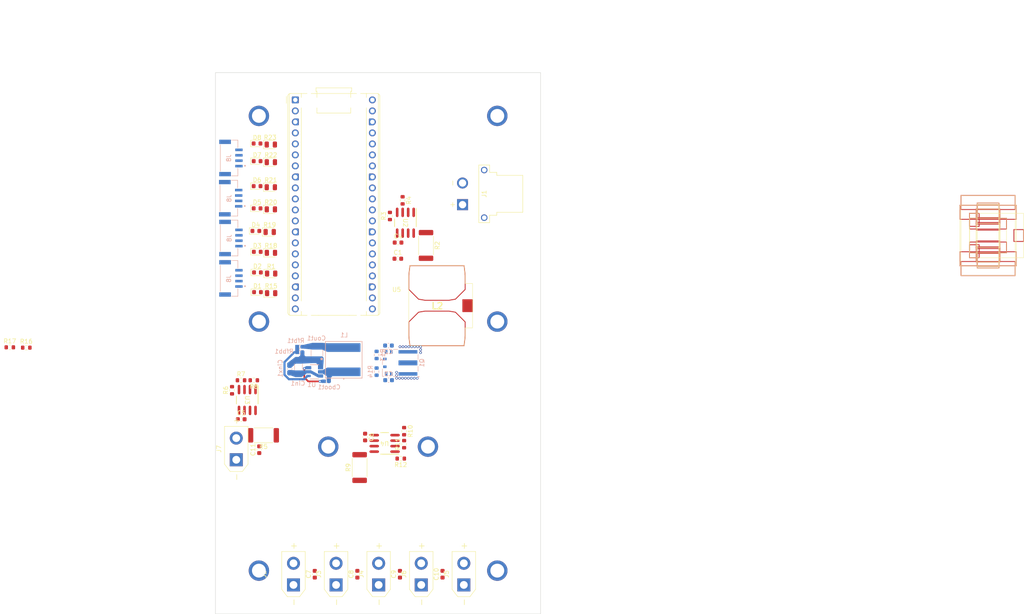
<source format=kicad_pcb>
(kicad_pcb (version 20240108) (generator "pcbnew") (generator_version "8.0")
  (layers (0 "F.Cu" signal) (1 "In1.Cu" signal) (2 "In2.Cu" signal) (31 "B.Cu" signal) (34 "B.Paste" user) (35 "F.Paste" user) (36 "B.SilkS" user "B.Silkscreen") (37 "F.SilkS" user "F.Silkscreen") (38 "B.Mask" user) (39 "F.Mask" user) (44 "Edge.Cuts" user))
  (net 0 "")
  (net 1 "Net-(U1-SW)")
  (net 2 "Net-(U1-CB)")
  (net 3 "/24V_IN")
  (net 4 "P_GND")
  (net 5 "D_GND")
  (net 6 "5V")
  (net 7 "/CAP_IN")
  (net 9 "/IO/I2C_TypeC_SDA")
  (net 10 "/IO/I2C_TypeC_SCL")
  (net 12 "Net-(Q1-HS)")
  (net 13 "Net-(D1-A)")
  (net 14 "Net-(Q1-HB)")
  (net 15 "Net-(L2-Pad1)")
  (net 16 "/PWM_bottom")
  (net 17 "/PWM_top")
  (net 18 "/cap_volt")
  (net 19 "/I2C_current_SCL")
  (net 20 "3.3V")
  (net 21 "/I2C_current_SDA")
  (net 22 "A_GND")
  (net 23 "/Pico/LED1")
  (net 24 "/current_sensor1/5V")
  (net 25 "/IO/GPIO_1")
  (net 26 "Net-(D2-A)")
  (net 27 "/Pico/LED4")
  (net 28 "/IO/GPIO_0")
  (net 29 "Net-(U1-FB)")
  (net 30 "/Pico/LED0")
  (net 31 "/IO/GPIO_5")
  (net 32 "/IO/GPIO_2")
  (net 33 "Net-(D3-A)")
  (net 34 "/Pico/LED7")
  (net 35 "Net-(D4-A)")
  (net 36 "Net-(D5-A)")
  (net 37 "Net-(D6-A)")
  (net 38 "Net-(D7-A)")
  (net 39 "Net-(D8-A)")
  (net 40 "Net-(U3-A0)")
  (net 41 "/24_IN_PMM")
  (net 42 "/24V_OUT")
  (net 46 "Net-(U4-A1)")
  (net 47 "/Pico/LED6")
  (net 48 "/IO/GPIO_4")
  (net 49 "/Pico/LED5")
  (net 50 "/Pico/LED2")
  (net 51 "/IO/GPIO_3")
  (net 52 "/current_sensor2/5V")
  (net 53 "/Pico/LED3")
  (net 61 "/current_sensor3/5V")
  (footprint "LED_SMD:LED_0805_2012Metric" (layer "F.Cu") (at 75.3475 88.43)
    (property "Reference" "R15")
    (property "Value" "R")
  )
  (footprint "Resistor_SMD:R_0603_1608Metric" (layer "F.Cu") (at 106.025 123.3 90)
    (property "Reference" "R11")
    (property "Value" "10KΩ")
  )
  (footprint "PassiveBankV1:MountingHole_3.2mm_M3" (layer "F.Cu") (at 88.5 123.872041)
    (property "Reference" "REF**" (hide yes))
    (property "Value" "MountingHole_3.2mm_M3" (hide yes))
  )
  (footprint "PassiveBankV1:MountingHole_3.2mm_M3" (layer "F.Cu") (at 72.5 152.5)
    (property "Reference" "REF**" (hide yes))
    (property "Value" "MountingHole_3.2mm_M3" (hide yes))
  )
  (footprint "Library:INA219" (layer "F.Cu") (at 101.525 123.12 180)
    (property "Reference" "U4")
    (property "Value" "INA219BIDR")
  )
  (footprint "Resistor_SMD:R_0603_1608Metric" (layer "F.Cu") (at 102.75 70.615 90)
    (property "Reference" "R3")
    (property "Value" "10KΩ")
  )
  (footprint "Resistor_SMD:R_2512_6332Metric" (layer "F.Cu") (at 73.5725 121.251398 180)
    (property "Reference" "R5")
    (property "Value" "0.01Ω")
  )
  (footprint "Connector_AMASS:AMASS_XT30UPB-M_1x02_P5.0mm_Vertical" (layer "F.Cu") (at 67.3 126.9 90)
    (property "Reference" "J7")
    (property "Value" "XT30UPB-M")
  )
  (footprint "Resistor_SMD:R_2512_6332Metric" (layer "F.Cu") (at 111.075 77.4125 -90)
    (property "Reference" "R2")
    (property "Value" "0.01Ω")
  )
  (footprint "Library:INA219" (layer "F.Cu") (at 69.835 113.1 -90)
    (property "Reference" "U3")
    (property "Value" "INA219BIDR")
  )
  (footprint "Capacitor_SMD:C_0603_1608Metric" (layer "F.Cu") (at 97.025 121.65 -90)
    (property "Reference" "C6")
    (property "Value" "100 nF")
  )
  (footprint "LED_SMD:LED_0603_1608Metric" (layer "F.Cu") (at 72.1925 88.19)
    (property "Reference" "D1")
    (property "Value" "LED")
  )
  (footprint "LED_SMD:LED_0603_1608Metric" (layer "F.Cu") (at 72.1025 68.86)
    (property "Reference" "D5")
    (property "Value" "LED")
  )
  (footprint "Library:INA219" (layer "F.Cu") (at 106.325 72.175 -90)
    (property "Reference" "U2")
    (property "Value" "INA219BIDR")
  )
  (footprint "Resistor_SMD:R_0603_1608Metric" (layer "F.Cu") (at 18.855 101.01)
    (property "Reference" "R16")
    (property "Value" "0")
  )
  (footprint "LED_SMD:LED_0805_2012Metric" (layer "F.Cu") (at 75.28 69.08)
    (property "Reference" "R20")
    (property "Value" "R")
  )
  (footprint "Resistor_SMD:R_0603_1608Metric" (layer "F.Cu") (at 105.675 67 -90)
    (property "Reference" "R4")
    (property "Value" "10KΩ")
  )
  (footprint "Capacitor_SMD:C_0603_1608Metric" (layer "F.Cu") (at 85.4125 153.325 90)
    (property "Reference" "C7")
    (property "Value" "10u")
  )
  (footprint "Connector_AMASS:AMASS_XT30UPB-M_1x02_P5.0mm_Vertical" (layer "F.Cu") (at 119.8 155.8 90)
    (property "Reference" "J5")
    (property "Value" "XT30UPB-M")
  )
  (footprint "PassiveBankV1:MountingHole_3.2mm_M3" (layer "F.Cu") (at 111.5 123.872041)
    (property "Reference" "REF**" (hide yes))
    (property "Value" "MountingHole_3.2mm_M3" (hide yes))
  )
  (footprint "Capacitor_SMD:C_0603_1608Metric" (layer "F.Cu") (at 72.6 124.575 90)
    (property "Reference" "C11")
    (property "Value" "10u")
  )
  (footprint "Capacitor_SMD:C_0603_1608Metric" (layer "F.Cu") (at 114.8875 153.325 90)
    (property "Reference" "C10")
    (property "Value" "10u")
  )
  (footprint "LED_SMD:LED_0603_1608Metric" (layer "F.Cu") (at 71.8225 74.07)
    (property "Reference" "D4")
    (property "Value" "LED")
  )
  (footprint "Resistor_SMD:R_0603_1608Metric" (layer "F.Cu") (at 106.025 120.3 -90)
    (property "Reference" "R10")
    (property "Value" "10KΩ")
  )
  (footprint "PassiveBankV1:XT30PW-F" (layer "F.Cu") (at 124.5 65.5 -90)
    (property "Reference" "J1")
    (property "Value" "XT30PW-F")
  )
  (footprint "LED_SMD:LED_0603_1608Metric" (layer "F.Cu") (at 72.1825 83.65)
    (property "Reference" "D2")
    (property "Value" "LED")
  )
  (footprint "Capacitor_SMD:C_0603_1608Metric" (layer "F.Cu") (at 95.2375 153.325 90)
    (property "Reference" "C8")
    (property "Value" "10u")
  )
  (footprint "LED_SMD:LED_0805_2012Metric" (layer "F.Cu") (at 75.35 83.9)
    (property "Reference" "R1")
    (property "Value" "R")
  )
  (footprint "Capacitor_SMD:C_0603_1608Metric" (layer "F.Cu") (at 104.575 80.475)
    (property "Reference" "C1")
    (property "Value" "10u")
  )
  (footprint "Connector_AMASS:AMASS_XT30UPB-M_1x02_P5.0mm_Vertical" (layer "F.Cu") (at 80.5 155.8 90)
    (property "Reference" "J2")
    (property "Value" "XT30UPB-M")
  )
  (footprint "Resistor_SMD:R_2512_6332Metric" (layer "F.Cu") (at 95.758 128.6925 90)
    (property "Reference" "R9")
    (property "Value" "0.01Ω")
  )
  (footprint "Capacitor_SMD:C_0603_1608Metric" (layer "F.Cu") (at 68.445 117.551398)
    (property "Reference" "C5")
    (property "Value" "100 nF")
  )
  (footprint "LED_SMD:LED_0603_1608Metric" (layer "F.Cu") (at 72.1125 57.95)
    (property "Reference" "D7")
    (property "Value" "LED")
  )
  (footprint "LED_SMD:LED_0603_1608Metric" (layer "F.Cu") (at 72.09 53.88)
    (property "Reference" "D8")
    (property "Value" "LED")
  )
  (footprint "Resistor_SMD:R_0603_1608Metric" (layer "F.Cu") (at 66.32 110.851398 90)
    (property "Reference" "R6")
    (property "Value" "10KΩ")
  )
  (footprint "LED_SMD:LED_0805_2012Metric" (layer "F.Cu") (at 75.27 63.97)
    (property "Reference" "R21")
    (property "Value" "R")
  )
  (footprint "Resistor_SMD:R_0603_1608Metric" (layer "F.Cu") (at 15.055 100.94)
    (property "Reference" "R17")
    (property "Value" "0")
  )
  (footprint "LED_SMD:LED_0603_1608Metric" (layer "F.Cu") (at 72.1025 63.72)
    (property "Reference" "D6")
    (property "Value" "LED")
  )
  (footprint "PassiveBankV1:MountingHole_3.2mm_M3" (layer "F.Cu") (at 127.5 95)
    (property "Reference" "REF**" (hide yes))
    (property "Value" "MountingHole_3.2mm_M3" (hide yes))
  )
  (footprint "PassiveBankV1:MountingHole_3.2mm_M3" (layer "F.Cu") (at 127.5 152.5)
    (property "Reference" "REF**" (hide yes))
    (property "Value" "MountingHole_3.2mm_M3" (hide yes))
  )
  (footprint "PassiveBankV1:MountingHole_3.2mm_M3" (layer "F.Cu") (at 72.5 47.5)
    (property "Reference" "REF**" (hide yes))
    (property "Value" "MountingHole_3.2mm_M3" (hide yes))
  )
  (footprint "Capacitor_SMD:C_0603_1608Metric" (layer "F.Cu") (at 105.0625 153.325 90)
    (property "Reference" "C9")
    (property "Value" "10u")
  )
  (footprint "LED_SMD:LED_0603_1608Metric" (layer "F.Cu") (at 72.1425 78.89)
    (property "Reference" "D3")
    (property "Value" "LED")
  )
  (footprint "Connector_AMASS:AMASS_XT30UPB-M_1x02_P5.0mm_Vertical" (layer "F.Cu") (at 100.15 155.8 90)
    (property "Reference" "J4")
    (property "Value" "XT30UPB-M")
  )
  (footprint "Module:RaspberryPi_Pico_Common_THT" (layer "F.Cu") (at 80.92 43.8125)
    (property "Reference" "U5")
    (property "Value" "SC0917")
  )
  (footprint "Connector_AMASS:AMASS_XT30UPB-M_1x02_P5.0mm_Vertical" (layer "F.Cu") (at 90.325 155.8 90)
    (property "Reference" "J3")
    (property "Value" "XT30UPB-M")
  )
  (footprint "LED_SMD:LED_0805_2012Metric" (layer "F.Cu") (at 75.28 58.19)
    (property "Reference" "R22")
    (property "Value" "R")
  )
  (footprint "Resistor_SMD:R_0603_1608Metric" (layer "F.Cu") (at 71.345 108.551398 180)
    (property "Reference" "R8")
    (property "Value" "10KΩ")
  )
  (footprint "LED_SMD:LED_0805_2012Metric" (layer "F.Cu") (at 75.0125 74.31)
    (property "Reference" "R19")
    (property "Value" "R")
  )
  (footprint "Capacitor_SMD:C_0603_1608Metric" (layer "F.Cu") (at 104.625 76.75)
    (property "Reference" "C4")
    (property "Value" "100 nF")
  )
  (footprint "PassiveBankV1:MountingHole_3.2mm_M3" (layer "F.Cu") (at 127.5 47.5)
    (property "Reference" "REF**" (hide yes))
    (property "Value" "MountingHole_3.2mm_M3" (hide yes))
  )
  (footprint "Connector_AMASS:AMASS_XT30UPB-M_1x02_P5.0mm_Vertical" (layer "F.Cu") (at 109.975 155.8 90)
    (property "Reference" "J6")
    (property "Value" "XT30UPB-M")
  )
  (footprint "PassiveBankV1:MountingHole_3.2mm_M3" (layer "F.Cu") (at 72.52 95)
    (property "Reference" "REF**" (hide yes))
    (property "Value" "MountingHole_3.2mm_M3" (hide yes))
  )
  (footprint "LED_SMD:LED_0805_2012Metric" (layer "F.Cu") (at 75.3 79.12)
    (property "Reference" "R18")
    (property "Value" "R")
  )
  (footprint "Resistor_SMD:R_0603_1608Metric" (layer "F.Cu") (at 68.395 108.551398)
    (property "Reference" "R7")
    (property "Value" "10KΩ")
  )
  (footprint "LED_SMD:LED_0805_2012Metric" (layer "F.Cu") (at 75.2675 54.12)
    (property "Reference" "R23")
    (property "Value" "R")
  )
  (footprint "Resistor_SMD:R_0603_1608Metric" (layer "F.Cu") (at 105.25 126.625 180)
    (property "Reference" "R12")
    (property "Value" "10KΩ")
  )
  (footprint "Resistor_SMD:R_0402_1005Metric_Pad0.72x0.64mm_HandSolder" (layer "B.Cu") (at 81.9625 100.7811 180)
    (property "Reference" "Rfbt1")
    (property "Value" "162 kOhm")
  )
  (footprint "Capacitor_SMD:C_1210_3225Metric_Pad1.33x2.70mm_HandSolder" (layer "B.Cu") (at 85.92 102.2386 -90)
    (property "Reference" "Cout1")
    (property "Value" "47 uF")
  )
  (footprint "SM04B-GHS-TB_LF__SN_-:JST_SM04B-GHS-TB_LF__SN_-" (layer "B.Cu") (at 65.64 85.02 90)
    (property "Reference" "J8")
    (property "Value" "SM04B-GHS-TB_LF__SN_-" (hide yes))
  )
  (footprint "SM04B-GHS-TB_LF__SN_-:JST_SM04B-GHS-TB_LF__SN_-" (layer "B.Cu") (at 65.64 75.7 90)
    (property "Reference" "J8")
    (property "Value" "SM04B-GHS-TB_LF__SN_-" (hide yes))
  )
  (footprint "Capacitor_SMD:C_0402_1005Metric_Pad0.74x0.62mm_HandSolder" (layer "B.Cu") (at 88.08 108.7711)
    (property "Reference" "Cboot1")
    (property "Value" "100 nF")
  )
  (footprint "Capacitor_SMD:C_0603_1608Metric" (layer "B.Cu") (at 102.44 108.5275 180)
    (property "Reference" "C3")
    (property "Value" "0.1u")
  )
  (footprint "Package_DFN_QFN:Texas_MOF0009A" (layer "B.Cu") (at 105.1275 104.5275 90)
    (property "Reference" "Q1")
    (property "Value" "LMG5200")
  )
  (footprint "Resistor_SMD:R_0402_1005Metric_Pad0.72x0.64mm_HandSolder" (layer "B.Cu") (at 81.95 102.0511)
    (property "Reference" "Rfbb1")
    (property "Value" "22.1 kOhm")
  )
  (footprint "SM04B-GHS-TB_LF__SN_-:JST_SM04B-GHS-TB_LF__SN_-" (layer "B.Cu") (at 65.64 57.22 90)
    (property "Reference" "J8")
    (property "Value" "SM04B-GHS-TB_LF__SN_-" (hide yes))
  )
  (footprint "SM04B-GHS-TB_LF__SN_-:JST_SM04B-GHS-TB_LF__SN_-" (layer "B.Cu") (at 65.585 66.505 90)
    (property "Reference" "J8")
    (property "Value" "SM04B-GHS-TB_LF__SN_-" (hide yes))
  )
  (footprint "Library:SOT23_DDC_TEX" (layer "B.Cu") (at 85.35 106.601101 180)
    (property "Reference" "U1")
    (property "Value" "LMR51420XDDCR")
  )
  (footprint "Capacitor_SMD:C_0603_1608Metric" (layer "B.Cu") (at 102.415 100.5275)
    (property "Reference" "C2")
    (property "Value" "0.1u")
  )
  (footprint "Resistor_SMD:R_0603_1608Metric" (layer "B.Cu") (at 99.675 106.5525 -90)
    (property "Reference" "R14")
    (property "Value" "2k")
  )
  (footprint "Resistor_SMD:R_0603_1608Metric" (layer "B.Cu") (at 99.675 102.7025 90)
    (property "Reference" "R13")
    (property "Value" "2k")
  )
  (footprint "Library:IND_TAIYO_NRS8030_TAY" (layer "B.Cu") (at 92.1 103.8111 90)
    (property "Reference" "L1")
    (property "Value" "10 uH")
  )
  (footprint "Capacitor_SMD:C_1206_3216Metric_Pad1.33x1.80mm_HandSolder" (layer "B.Cu") (at 81.64 105.4586 90)
    (property "Reference" "Cin1")
    (property "Value" "2.2 uF")
  )
  (footprint "Capacitor_SMD:C_0603_1608Metric" (layer "B.Cu") (at 79.64 105.9561 90)
    (property "Reference" "Cinx1")
    (property "Value" "100 nF")
  )
  (gr_rect (start 238.25 68) (end 243.25 71) (stroke (width 0.2)) (fill none) (layer "F.Cu"))
  (gr_rect (start 234.5 65.875) (end 247 69.125) (stroke (width 0.2)) (fill none) (layer "F.Cu"))
  (gr_rect (start 238.25 67.625) (end 243.25 72.125) (stroke (width 0.2)) (fill none) (layer "F.Cu"))
  (gr_rect (start 238.25 78.125) (end 243.25 82.625) (stroke (width 0.2)) (fill none) (layer "F.Cu"))
  (gr_rect (start 234.25 68.125) (end 247.25 71.375) (stroke (width 0.2)) (fill none) (layer "F.Cu"))
  (gr_rect (start 236.5 76.625) (end 245 79.125) (stroke (width 0.2)) (fill none) (layer "F.Cu"))
  (gr_poly (pts (xy 107.36 100.575) (xy 107.11 98.325) (xy 107.11 95.075) (xy 109.36 92.825) (xy 110.86 92.575) (xy 116.36 92.575) (xy 117.86 92.825) (xy 120.11 95.075) (xy 120.11 98.325) (xy 119.86 100.575)) (stroke (width 0.2)) (fill none) (layer "F.Cu") (net 15))
  (gr_rect (start 246.7 73.75) (end 248.95 76.5) (stroke (width 0.2)) (fill none) (layer "F.Cu"))
  (gr_rect (start 238 69) (end 243.5 72.5) (stroke (width 0.2)) (fill none) (layer "F.Cu"))
  (gr_rect (start 236.45 70) (end 238.7 73) (stroke (width 0.2)) (fill none) (layer "F.Cu"))
  (gr_rect (start 238 77.75) (end 243.5 81.25) (stroke (width 0.2)) (fill none) (layer "F.Cu"))
  (gr_rect (start 236.5 71.125) (end 245 73.625) (stroke (width 0.2)) (fill none) (layer "F.Cu"))
  (gr_rect (start 238 76.375) (end 243.5 77.875) (stroke (width 0.2)) (fill none) (layer "F.Cu"))
  (gr_rect (start 119.56 89.95) (end 121.81 92.7) (stroke (width 0.2)) (fill solid) (layer "F.Cu"))
  (gr_rect (start 238 72.375) (end 243.5 73.875) (stroke (width 0.2)) (fill none) (layer "F.Cu"))
  (gr_rect (start 236.45 77.25) (end 238.7 80.25) (stroke (width 0.2)) (fill none) (layer "F.Cu"))
  (gr_rect (start 238.25 79.25) (end 243.25 82.25) (stroke (width 0.2)) (fill none) (layer "F.Cu"))
  (gr_rect (start 234.25 78.875) (end 247.25 82.125) (stroke (width 0.2)) (fill none) (layer "F.Cu"))
  (gr_poly (pts (xy 110.86 90.075) (xy 109.36 89.825) (xy 107.11 87.575) (xy 107.11 84.325) (xy 107.36 82.075) (xy 119.86 82.075) (xy 120.11 84.325) (xy 120.11 87.575) (xy 117.86 89.825) (xy 116.36 90.075)) (stroke (width 0.2)) (fill none) (layer "F.Cu") (net 18))
  (gr_rect (start 234.5 81.125) (end 247 84.375) (stroke (width 0.2)) (fill none) (layer "F.Cu"))
  (gr_poly (pts (xy 87.25 107.27645) (xy 87.25 107.82645) (xy 86.25 107.82645) (xy 84.5 106.87645) (xy 83.5 106.87645) (xy 82.35 107.70145) (xy 80.925 107.70145) (xy 79.875 107.32645) (xy 79.35 107.32645) (xy 79.15 107.12645) (xy 79.15 106.47645) (xy 79.35 106.27645) (xy 79.9 106.27645) (xy 80.975 106.37645) (xy 82.3 106.37645) (xy 83.5 106.32645) (xy 84.5 106.32645) (xy 86.25 107.27645)) (stroke (width 0.2)) (fill solid) (layer "B.Cu") (net 3))
  (gr_poly (pts (xy 95.85 100.10145) (xy 95.85 101.90145) (xy 88.35 101.90145) (xy 87.1 101.35145) (xy 84.875 101.35145) (xy 82.775 101.12645) (xy 82.325 101.12645) (xy 82.175 100.97645) (xy 82.175 100.62645) (xy 82.325 100.47645) (xy 82.775 100.47645) (xy 84.875 100.00145) (xy 87.125 100.00145) (xy 88.35 100.10145)) (stroke (width 0.2)) (fill solid) (layer "B.Cu") (net 6))
  (gr_rect (start 81 100.47645) (end 81.725 102.40145) (stroke (width 0.2)) (fill solid) (layer "B.Cu") (net 29))
  (gr_poly (pts (xy 87.875 108.47645) (xy 87.15 108.47645) (xy 86.475 108.67645) (xy 86.475 108.92645) (xy 87.15 109.07645) (xy 87.875 109.07645)) (stroke (width 0.2)) (fill solid) (layer "B.Cu") (net 2))
  (gr_poly (pts (xy 83.5 105.37645) (xy 82.875 105.70145) (xy 82.875 105.95145) (xy 83.125 105.95145) (xy 83.5 105.92645) (xy 84.5 105.92645) (xy 84.5 105.37645)) (stroke (width 0.2)) (fill solid) (layer "B.Cu") (net 2))
  (gr_poly (pts (xy 87.25 105.92645) (xy 87.25 105.37645) (xy 87.35 104.22645) (xy 87.35 103.37645) (xy 87.1 103.12645) (xy 83.25 103.12645) (xy 82.925 102.85145) (xy 82.925 102.22645) (xy 82.925 101.87645) (xy 82.775 101.72645) (xy 82.325 101.72645) (xy 82.175 101.87645) (xy 82.175 102.82645) (xy 81.75 103.25145) (xy 80.975 103.25145) (xy 79.15 104.65145) (xy 79.15 105.42645) (xy 79.325 105.60145) (xy 79.9 105.60145) (xy 80.1 105.40145) (xy 81 104.60145) (xy 82.25 104.60145) (xy 84.875 104.47645) (xy 85.75 104.47645) (xy 86.25 104.97645) (xy 86.25 105.92645)) (stroke (width 0.2)) (fill solid) (layer "B.Cu") (net 4))
  (gr_poly (pts (xy 86.25 106.32645) (xy 86.25 106.87645) (xy 86.275 106.90145) (xy 87.25 106.90145) (xy 88.275 107.50145) (xy 88.275 108.55145) (xy 88.275 108.95145) (xy 88.425 109.10145) (xy 88.875 109.10145) (xy 89.025 108.95145) (xy 89.025 107.90145) (xy 89.425 107.50145) (xy 95.85 107.50145) (xy 95.85 105.70145) (xy 88.35 105.70145) (xy 87.25 106.30145) (xy 86.275 106.30145)) (stroke (width 0.2)) (fill solid) (layer "B.Cu") (net 1))
  (gr_rect (start 238.25 68) (end 243.25 82.25) (stroke (width 0.1)) (fill none) (layer "F.SilkS"))
  (gr_rect (start 236.45 70) (end 248.95 80.25) (stroke (width 0.1)) (fill none) (layer "F.SilkS"))
  (gr_rect (start 238 69) (end 243.5 81.25) (stroke (width 0.1)) (fill none) (layer "F.SilkS"))
  (gr_rect (start 238 72.375) (end 243.5 77.875) (stroke (width 0.1)) (fill none) (layer "F.SilkS"))
  (gr_poly (pts (xy 107.36 100.575) (xy 107.11 98.325) (xy 107.11 84.325) (xy 107.36 82.075) (xy 119.86 82.075) (xy 120.11 84.325) (xy 120.11 86.2) (xy 121.81 86.2) (xy 121.81 96.45) (xy 120.11 96.45) (xy 120.11 98.325) (xy 119.86 100.575)) (stroke (width 0.1)) (fill none) (layer "F.SilkS"))
  (gr_rect (start 234.5 65.875) (end 247 84.375) (stroke (width 0.1)) (fill none) (layer "F.SilkS"))
  (gr_rect (start 238.25 67.625) (end 243.25 82.625) (stroke (width 0.1)) (fill none) (layer "F.SilkS"))
  (gr_rect (start 234.25 68.125) (end 247.25 82.125) (stroke (width 0.1)) (fill none) (layer "F.SilkS"))
  (gr_rect (start 236.5 71.125) (end 245 79.125) (stroke (width 0.1)) (fill none) (layer "F.SilkS"))
  (gr_rect (start 62.5 37.5) (end 137.5 162.5) (stroke (width 0.1)) (fill none) (layer "Edge.Cuts"))
  (gr_text "L2" (at 112.16 92.275 0) (layer "F.SilkS") (effects (font (size 1.5 1.5) (thickness 0.3) (bold yes)) (justify left bottom)))
  (via (at 106.432142 100.8) (size 0.6) (drill 0.3) (layers "F.Cu" "B.Cu") (net 0))
  (via (at 105.753571 100.8) (size 0.6) (drill 0.3) (layers "F.Cu" "B.Cu") (net 0))
  (via (at 107.003571 108.075) (size 0.6) (drill 0.3) (layers "F.Cu" "B.Cu") (net 0))
  (via (at 105.075 100.8) (size 0.6) (drill 0.3) (layers "F.Cu" "B.Cu") (net 0))
  (via (at 104.289284 107.396426) (size 0.6) (drill 0.3) (layers "F.Cu" "B.Cu") (net 0))
  (via (at 106.325 108.075) (size 0.6) (drill 0.3) (layers "F.Cu" "B.Cu") (net 0))
  (via (at 109.039284 108.075) (size 0.6) (drill 0.3) (layers "F.Cu" "B.Cu") (net 0))
  (via (at 107.682142 108.075) (size 0.6) (drill 0.3) (layers "F.Cu" "B.Cu") (net 0))
  (via (at 108.360713 108.075) (size 0.6) (drill 0.3) (layers "F.Cu" "B.Cu") (net 0))
  (via (at 104.289284 108.075) (size 0.6) (drill 0.3) (layers "F.Cu" "B.Cu") (net 0))
  (via (at 109.825 101.478574) (size 0.6) (drill 0.3) (layers "F.Cu" "B.Cu") (net 0))
  (via (at 105.646429 108.075) (size 0.6) (drill 0.3) (layers "F.Cu" "B.Cu") (net 0))
  (via (at 109.825 102.157145) (size 0.6) (drill 0.3) (layers "F.Cu" "B.Cu") (net 0))
  (via (at 104.967858 108.075) (size 0.6) (drill 0.3) (layers "F.Cu" "B.Cu") (net 0))
  (via (at 104.289284 106.717855) (size 0.6) (drill 0.3) (layers "F.Cu" "B.Cu") (net 0))
  (segment (start 88.3 106.601449) (end 91.950001 106.601449) (width 0.2) (layer "B.Cu") (net 1))
  (segment (start 88.65 106.951449) (end 88.65 108.77645) (width 0.2) (layer "B.Cu") (net 1))
  (segment (start 88.3 106.601449) (end 88.65 106.951449) (width 0.2) (layer "B.Cu") (net 1))
  (segment (start 91.950001 106.601449) (end 92 106.55145) (width 0.2) (layer "B.Cu") (net 1))
  (segment (start 83.9 108.800624) (end 86.575 108.800624) (width 0.4) (layer "F.Cu") (net 2))
  (segment (start 83 105.852276) (end 83 107.900624) (width 0.4) (layer "F.Cu") (net 2))
  (segment (start 82.998348 105.82645) (end 83.025 105.853102) (width 0.2) (layer "F.Cu") (net 2))
  (segment (start 83 107.900624) (end 83.9 108.800624) (width 0.4) (layer "F.Cu") (net 2))
  (via (at 86.6 108.80145) (size 0.6) (drill 0.3) (layers "F.Cu" "B.Cu") (net 2))
  (via (at 82.998348 105.82645) (size 0.6) (drill 0.3) (layers "F.Cu" "B.Cu") (net 2))
  (segment (start 80 106.80145) (end 81.75 106.80145) (width 0.2) (layer "B.Cu") (net 3))
  (segment (start 81.75 106.80145) (end 82 107.05145) (width 0.2) (layer "B.Cu") (net 3))
  (segment (start 82.450001 106.601449) (end 82 107.05145) (width 0.2) (layer "B.Cu") (net 3))
  (segment (start 84 106.601449) (end 82.450001 106.601449) (width 0.2) (layer "B.Cu") (net 3))
  (segment (start 86 103.80145) (end 85.925 103.80145) (width 0.2) (layer "B.Cu") (net 4))
  (segment (start 82.55 103.37645) (end 82 103.92645) (width 0.2) (layer "B.Cu") (net 4))
  (segment (start 85.925 103.80145) (end 85.8 103.92645) (width 0.2) (layer "B.Cu") (net 4))
  (segment (start 82.55 102.05145) (end 82.55 103.37645) (width 0.2) (layer "B.Cu") (net 4))
  (segment (start 82 103.92645) (end 81.175 103.92645) (width 0.2) (layer "B.Cu") (net 4))
  (segment (start 80.025 105.07645) (end 80 105.07645) (width 0.2) (layer "B.Cu") (net 4))
  (segment (start 86.3243 101.00075) (end 86 100.67645) (width 0.2) (layer "B.Cu") (net 6))
  (segment (start 85.875 100.80145) (end 86 100.67645) (width 0.2) (layer "B.Cu") (net 6))
  (via (at 109.825 100.8) (size 0.6) (drill 0.3) (layers "F.Cu" "B.Cu") (net 15))
  (via (at 108.467855 100.8) (size 0.6) (drill 0.3) (layers "F.Cu" "B.Cu") (net 15))
  (via (at 109.146426 100.8) (size 0.6) (drill 0.3) (layers "F.Cu" "B.Cu") (net 15))
  (via (at 107.789284 100.8) (size 0.6) (drill 0.3) (layers "F.Cu" "B.Cu") (net 15))
  (via (at 107.110713 100.8) (size 0.6) (drill 0.3) (layers "F.Cu" "B.Cu") (net 15))
  (segment (start 79.45 108.30145) (end 83 108.30145) (width 0.5) (layer "B.Cu") (net 29))
  (segment (start 78.425 104.35145) (end 78.425 107.27645) (width 0.5) (layer "B.Cu") (net 29))
  (segment (start 83 108.30145) (end 83.75 107.55145) (width 0.5) (layer "B.Cu") (net 29))
  (segment (start 83.75 107.55145) (end 84 107.55145) (width 0.2) (layer "B.Cu") (net 29))
  (segment (start 80.725 102.05145) (end 78.425 104.35145) (width 0.5) (layer "B.Cu") (net 29))
  (segment (start 81.355 102.05145) (end 80.725 102.05145) (width 0.5) (layer "B.Cu") (net 29))
  (segment (start 78.425 107.27645) (end 79.45 108.30145) (width 0.5) (layer "B.Cu") (net 29))
)
</source>
